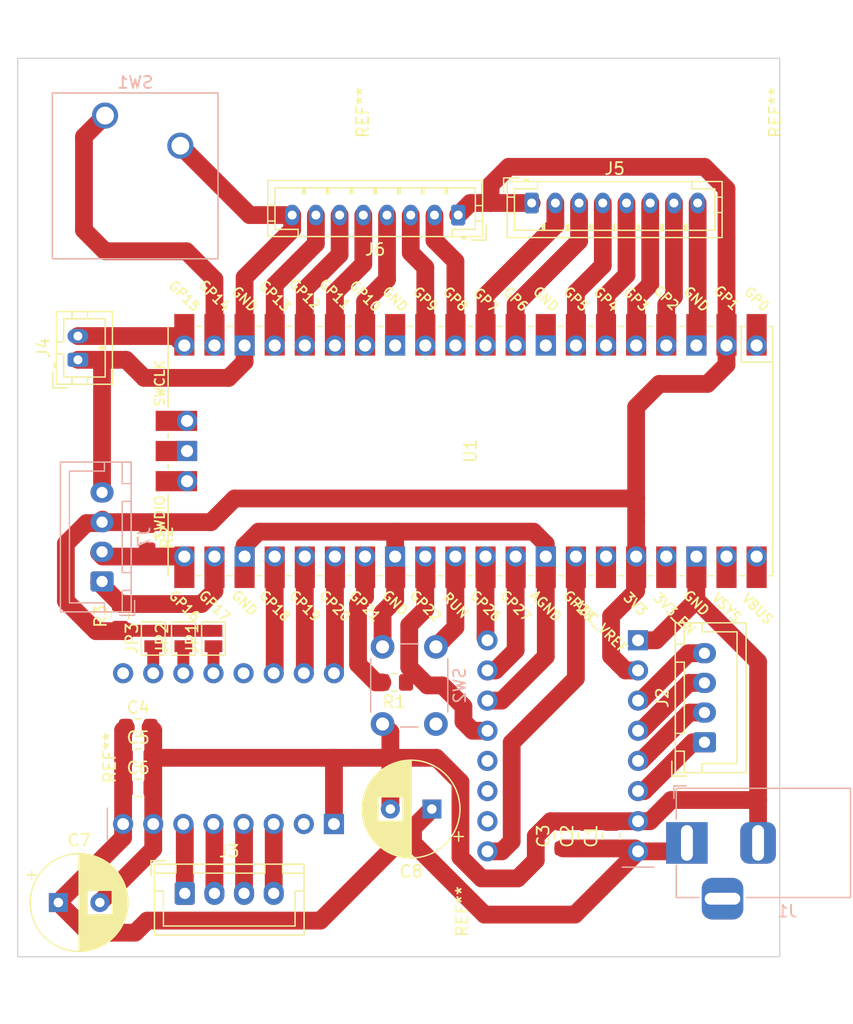
<source format=kicad_pcb>
(kicad_pcb (version 20221018) (generator pcbnew)
  (layers (0 "F.Cu" signal) (31 "B.Cu" signal) (34 "B.Paste" user) (35 "F.Paste" user) (36 "B.SilkS" user "B.Silkscreen") (37 "F.SilkS" user "F.Silkscreen") (38 "B.Mask" user) (39 "F.Mask" user) (44 "Edge.Cuts" user))
  (net 0 "")
  (net 1 "+24V")
  (net 2 "GND")
  (net 4 "Net-(J2-Pin_1)")
  (net 5 "Net-(J2-Pin_2)")
  (net 6 "Net-(J2-Pin_3)")
  (net 7 "Net-(J2-Pin_4)")
  (net 8 "Net-(J3-Pin_1)")
  (net 9 "Net-(J3-Pin_2)")
  (net 10 "Net-(J3-Pin_3)")
  (net 11 "Net-(J3-Pin_4)")
  (net 12 "WS")
  (net 13 "+3.3V")
  (net 14 "Net-(J5-Pin_2)")
  (net 15 "Net-(J5-Pin_3)")
  (net 16 "Net-(J5-Pin_4)")
  (net 17 "Net-(J5-Pin_5)")
  (net 18 "Net-(J5-Pin_6)")
  (net 19 "Net-(J5-Pin_7)")
  (net 20 "Net-(J6-Pin_2)")
  (net 21 "Net-(J6-Pin_3)")
  (net 22 "Net-(J6-Pin_4)")
  (net 23 "Net-(J6-Pin_5)")
  (net 24 "Net-(J6-Pin_6)")
  (net 25 "Net-(J6-Pin_7)")
  (net 26 "SDA")
  (net 27 "SCL")
  (net 28 "Net-(JP1-A)")
  (net 29 "Net-(JP2-A)")
  (net 30 "Net-(JP3-A)")
  (net 31 "TMC0_RX")
  (net 32 "TMC0_TX")
  (net 33 "TRIG")
  (net 34 "RST")
  (net 42 "TMC0_EN")
  (net 46 "TMC0_STEP")
  (net 47 "TMC0_DIR")
  (net 51 "DRV0_SLP")
  (net 52 "DRV0_STEP")
  (net 53 "DRV0_DIR")
  (footprint "Capacitor_SMD:C_0805_2012Metric_Pad1.18x1.45mm_HandSolder" (layer "F.Cu") (at 46.358 -10.961 90)
    (fp_text reference "C3")
    (fp_text value "10uF")
  )
  (footprint "Connector_JST:JST_XH_B4B-XH-A_1x04_P2.50mm_Vertical" (layer "F.Cu") (at 14.452 -6.1385)
    (fp_text reference "J3")
    (fp_text value "STP1")
  )
  (footprint "Connector_JST:JST_PH_B8B-PH-K_1x08_P2.00mm_Vertical" (layer "F.Cu") (at 43.702 -64.2935)
    (fp_text reference "J5")
    (fp_text value "Conn_01x08_Socket")
  )
  (footprint "Resistor_SMD:R_0805_2012Metric_Pad1.20x1.40mm_HandSolder" (layer "F.Cu") (at 8.998 -29.4955 90)
    (fp_text reference "R3")
    (fp_text value "10k")
  )
  (footprint "Capacitor_THT:CP_Radial_D8.0mm_P3.50mm" (layer "F.Cu") (at 3.789349 -5.3655)
    (fp_text reference "C7")
    (fp_text value "220uF")
  )
  (footprint "MountingHole:MountingHole_3.2mm_M3" (layer "F.Cu") (at 60.052 -71.9135 -90)
    (fp_text reference "REF**")
    (fp_text value "MountingHole_3.2mm_M3")
  )
  (footprint "MountingHole:MountingHole_3.2mm_M3" (layer "F.Cu") (at 25.254 -71.9135 -90)
    (fp_text reference "REF**")
    (fp_text value "MountingHole_3.2mm_M3")
  )
  (footprint "Jumper:SolderJumper-2_P1.3mm_Open_Pad1.0x1.5mm" (layer "F.Cu") (at 16.872 -27.6055 90)
    (fp_text reference "JP1")
    (fp_text value "M2")
  )
  (footprint "Resistor_SMD:R_0805_2012Metric_Pad1.20x1.40mm_HandSolder" (layer "F.Cu") (at 32.112 -23.9075 180)
    (fp_text reference "R1")
    (fp_text value "1k")
  )
  (footprint "footprints:RPi_Pico_SMD_TH" (layer "F.Cu") (at 38.545 -43.4 -90)
    (fp_text reference "U1")
    (fp_text value "Pico")
  )
  (footprint "MountingHole:MountingHole_3.2mm_M3" (layer "F.Cu") (at 3.918 -17.5575 -90)
    (fp_text reference "REF**")
    (fp_text value "MountingHole_3.2mm_M3")
  )
  (footprint "MountingHole:MountingHole_3.2mm_M3" (layer "F.Cu") (at 33.636 -4.6035 -90)
    (fp_text reference "REF**")
    (fp_text value "MountingHole_3.2mm_M3")
  )
  (footprint "Connector_JST:JST_PH_B8B-PH-K_1x08_P2.00mm_Vertical" (layer "F.Cu") (at 37.508 -63.2775 180)
    (fp_text reference "J6")
    (fp_text value "Conn_01x08_Socket")
  )
  (footprint "Capacitor_SMD:C_0805_2012Metric_Pad1.18x1.45mm_HandSolder" (layer "F.Cu") (at 10.522 -20.1085)
    (fp_text reference "C4")
    (fp_text value "10uF")
  )
  (footprint "Resistor_SMD:R_0805_2012Metric_Pad1.20x1.40mm_HandSolder" (layer "F.Cu") (at 11.284 -36.0995 -90)
    (fp_text reference "R2")
    (fp_text value "10k")
  )
  (footprint "Capacitor_SMD:C_0805_2012Metric_Pad1.18x1.45mm_HandSolder" (layer "F.Cu") (at 10.522 -17.5685)
    (fp_text reference "C5")
    (fp_text value "10uF")
  )
  (footprint "Connector_JST:JST_PH_B2B-PH-K_1x02_P2.00mm_Vertical" (layer "F.Cu") (at 5.442 -51.0855 90)
    (fp_text reference "J4")
    (fp_text value "WS")
  )
  (footprint "Jumper:SolderJumper-2_P1.3mm_Open_Pad1.0x1.5mm" (layer "F.Cu") (at 11.792 -27.6055 90)
    (fp_text reference "JP3")
    (fp_text value "M2")
  )
  (footprint "Jumper:SolderJumper-2_P1.3mm_Open_Pad1.0x1.5mm" (layer "F.Cu") (at 14.332 -27.6055 90)
    (fp_text reference "JP2")
    (fp_text value "M2")
  )
  (footprint "Capacitor_SMD:C_0805_2012Metric_Pad1.18x1.45mm_HandSolder" (layer "F.Cu") (at 10.522 -15.0285)
    (fp_text reference "C6")
    (fp_text value "10uF")
  )
  (footprint "Capacitor_SMD:C_0805_2012Metric_Pad1.18x1.45mm_HandSolder" (layer "F.Cu") (at 50.4 -10.9535 90)
    (fp_text reference "C1")
    (fp_text value "10uF")
  )
  (footprint "Capacitor_SMD:C_0805_2012Metric_Pad1.18x1.45mm_HandSolder" (layer "F.Cu") (at 48.379 -10.9535 90)
    (fp_text reference "C2")
    (fp_text value "10uF")
  )
  (footprint "Capacitor_THT:CP_Radial_D8.0mm_P3.50mm" (layer "F.Cu") (at 35.288651 -13.2395 180)
    (fp_text reference "C8")
    (fp_text value "220uF")
  )
  (footprint "Connector_JST:JST_XH_B4B-XH-A_1x04_P2.50mm_Vertical" (layer "F.Cu") (at 58.274 -18.8675 90)
    (fp_text reference "J2")
    (fp_text value "STP0")
  )
  (footprint "Custom:StepperModule" (layer "B.Cu") (at 52.675 -27.456 180)
    (fp_text reference "U2" hide)
    (fp_text value "~" hide)
  )
  (footprint "Custom:StepperModule" (layer "B.Cu") (at 27.032 -11.9805 90)
    (fp_text reference "U3" hide)
    (fp_text value "DRV8825_mod")
  )
  (footprint "Connector_BarrelJack:BarrelJack_Horizontal" (layer "B.Cu") (at 56.798 -10.387 180)
    (fp_text reference "J1")
    (fp_text value "Barrel_Jack_Switch")
  )
  (footprint "Button_Switch_Keyboard:SW_Cherry_MX_1.00u_Plate" (layer "B.Cu") (at 7.728 -71.6595 180)
    (fp_text reference "SW1")
    (fp_text value "TRIG")
  )
  (footprint "Connector_JST:JST_XH_B4B-XH-A_1x04_P2.50mm_Vertical" (layer "B.Cu") (at 7.474 -32.4095 90)
    (fp_text reference "J7")
    (fp_text value "I2C")
  )
  (footprint "Button_Switch_THT:SW_PUSH_6mm" (layer "B.Cu") (at 35.632 -20.4035 90)
    (fp_text reference "SW2")
    (fp_text value "RST")
  )
  (gr_rect (start 64.624 -76.4855) (end 0.362 -0.7935) (stroke (width 0.1)) (fill none) (layer "Edge.Cuts"))
  (segment (start 9.252 -19.876) (end 9.4845 -20.1085) (width 1.5) (layer "F.Cu") (net 1))
  (segment (start 9.252 -11.9805) (end 9.252 -10.828151) (width 1.5) (layer "F.Cu") (net 1))
  (segment (start 10.268 -2.8255) (end 6.329349 -2.8255) (width 1.5) (layer "F.Cu") (net 1))
  (segment (start 35.288651 -13.2395) (end 33.700325 -11.651175) (width 1.5) (layer "F.Cu") (net 1))
  (segment (start 25.890651 -3.8415) (end 11.284 -3.8415) (width 1.5) (layer "F.Cu") (net 1))
  (segment (start 46.358 -9.9235) (end 52.4275 -9.9235) (width 1.5) (layer "F.Cu") (net 1))
  (segment (start 52.4275 -9.9235) (end 52.675 -9.676) (width 1.5) (layer "F.Cu") (net 1))
  (segment (start 47.3485 -4.3495) (end 52.675 -9.676) (width 1.5) (layer "F.Cu") (net 1))
  (segment (start 6.329349 -2.8255) (end 3.789349 -5.3655) (width 1.5) (layer "F.Cu") (net 1))
  (segment (start 9.252 -10.828151) (end 3.789349 -5.3655) (width 1.5) (layer "F.Cu") (net 1))
  (segment (start 33.700325 -11.651175) (end 33.700325 -10.381175) (width 1.5) (layer "F.Cu") (net 1))
  (segment (start 9.252 -11.9805) (end 9.252 -19.876) (width 1.5) (layer "F.Cu") (net 1))
  (segment (start 39.732 -4.3495) (end 47.3485 -4.3495) (width 1.5) (layer "F.Cu") (net 1))
  (segment (start 33.700325 -11.651175) (end 25.890651 -3.8415) (width 1.5) (layer "F.Cu") (net 1))
  (segment (start 11.284 -3.8415) (end 10.268 -2.8255) (width 1.5) (layer "F.Cu") (net 1))
  (segment (start 56.087 -9.676) (end 56.798 -10.387) (width 1.5) (layer "F.Cu") (net 1))
  (segment (start 52.675 -9.676) (end 56.087 -9.676) (width 1.5) (layer "F.Cu") (net 1))
  (segment (start 33.700325 -10.381175) (end 39.732 -4.3495) (width 1.5) (layer "F.Cu") (net 1))
  (segment (start 62.798 -10.387) (end 62.798 -14.0015) (width 1.5) (layer "F.Cu") (net 2))
  (segment (start 20.682 -36.6075) (end 31.1575 -36.6075) (width 1.5) (layer "F.Cu") (net 2))
  (segment (start 57.595 -30.8485) (end 57.595 -34.51) (width 1.5) (layer "F.Cu") (net 2))
  (segment (start 35.668 -17.5575) (end 37.7 -15.5255) (width 1.5) (layer "F.Cu") (net 2))
  (segment (start 31.788651 -17.3035) (end 31.788651 -19.746849) (width 1.5) (layer "F.Cu") (net 2))
  (segment (start 32.112 -36.6075) (end 43.8575 -36.6075) (width 1.5) (layer "F.Cu") (net 2))
  (segment (start 31.534651 -17.5575) (end 31.788651 -17.3035) (width 1.5) (layer "F.Cu") (net 2))
  (segment (start 11.792 -11.9805) (end 11.792 -17.5575) (width 1.5) (layer "F.Cu") (net 2))
  (segment (start 32.195 -34.51) (end 32.195 -36.5245) (width 1.5) (layer "F.Cu") (net 2))
  (segment (start 7.474 -39.9095) (end 7.474 -51.0855) (width 1.5) (layer "F.Cu") (net 2))
  (segment (start 19.495 -34.51) (end 19.495 -35.4205) (width 1.5) (layer "F.Cu") (net 2))
  (segment (start 54.2025 -27.456) (end 57.595 -30.8485) (width 1.5) (layer "F.Cu") (net 2))
  (segment (start 23.508 -62.0395) (end 21.444 -59.9755) (width 1.5) (layer "F.Cu") (net 2))
  (segment (start 11.792 -19.876) (end 11.5595 -20.1085) (width 1.5) (layer "F.Cu") (net 2))
  (segment (start 44.05 -8.9215) (end 44.05 -10.9535) (width 1.5) (layer "F.Cu") (net 2))
  (segment (start 18.142 -49.5615) (end 19.495 -50.9145) (width 1.5) (layer "F.Cu") (net 2))
  (segment (start 55.464 -14.0015) (end 62.798 -14.0015) (width 1.5) (layer "F.Cu") (net 2))
  (segment (start 52.675 -12.216) (end 53.6785 -12.216) (width 1.5) (layer "F.Cu") (net 2))
  (segment (start 19.92 -63.2775) (end 14.078 -69.1195) (width 1.5) (layer "F.Cu") (net 2))
  (segment (start 57.702 -64.2935) (end 57.702 -52.397) (width 1.5) (layer "F.Cu") (net 2))
  (segment (start 45.3125 -12.216) (end 52.675 -12.216) (width 1.5) (layer "F.Cu") (net 2))
  (segment (start 31.788651 -13.2395) (end 31.788651 -17.3035) (width 1.5) (layer "F.Cu") (net 2))
  (segment (start 7.474 -51.0855) (end 9.506 -51.0855) (width 1.5) (layer "F.Cu") (net 2))
  (segment (start 44.05 -10.9535) (end 45.3125 -12.216) (width 1.5) (layer "F.Cu") (net 2))
  (segment (start 53.6785 -12.216) (end 55.464 -14.0015) (width 1.5) (layer "F.Cu") (net 2))
  (segment (start 11.03 -49.5615) (end 18.142 -49.5615) (width 1.5) (layer "F.Cu") (net 2))
  (segment (start 27.032 -17.5575) (end 31.534651 -17.5575) (width 1.5) (layer "F.Cu") (net 2))
  (segment (start 39.975 -22.376) (end 41.177081 -22.376) (width 1.5) (layer "F.Cu") (net 2))
  (segment (start 39.478 -7.3975) (end 42.526 -7.3975) (width 1.5) (layer "F.Cu") (net 2))
  (segment (start 62.798 -25.6455) (end 57.595 -30.8485) (width 1.5) (layer "F.Cu") (net 2))
  (segment (start 27.032 -11.9805) (end 27.032 -17.5575) (width 1.5) (layer "F.Cu") (net 2))
  (segment (start 44.895 -26.093919) (end 44.895 -34.51) (width 1.5) (layer "F.Cu") (net 2))
  (segment (start 21.444 -59.9755) (end 19.495 -58.0265) (width 1.5) (layer "F.Cu") (net 2))
  (segment (start 5.442 -51.0855) (end 7.474 -51.0855) (width 1.5) (layer "F.Cu") (net 2))
  (segment (start 19.495 -50.9145) (end 19.495 -52.29) (width 1.5) (layer "F.Cu") (net 2))
  (segment (start 43.8575 -36.6075) (end 44.895 -35.57) (width 1.5) (layer "F.Cu") (net 2))
  (segment (start 32.195 -30.8485) (end 32.195 -34.51) (width 1.5) (layer "F.Cu") (net 2))
  (segment (start 41.177081 -22.376) (end 44.895 -26.093919) (width 1.5) (layer "F.Cu") (net 2))
  (segment (start 23.508 -63.2775) (end 23.508 -62.0395) (width 1.5) (layer "F.Cu") (net 2))
  (segment (start 19.495 -35.4205) (end 20.682 -36.6075) (width 1.5) (layer "F.Cu") (net 2))
  (segment (start 11.792 -17.5575) (end 27.032 -17.5575) (width 1.5) (layer "F.Cu") (net 2))
  (segment (start 11.792 -17.5575) (end 11.792 -19.876) (width 1.5) (layer "F.Cu") (net 2))
  (segment (start 44.895 -35.57) (end 44.895 -34.51) (width 1.5) (layer "F.Cu") (net 2))
  (segment (start 11.792 -9.868151) (end 7.289349 -5.3655) (width 1.5) (layer "F.Cu") (net 2))
  (segment (start 37.7 -9.1755) (end 39.478 -7.3975) (width 1.5) (layer "F.Cu") (net 2))
  (segment (start 23.508 -63.2775) (end 19.92 -63.2775) (width 1.5) (layer "F.Cu") (net 2))
  (segment (start 62.798 -14.0015) (end 62.798 -25.6455) (width 1.5) (layer "F.Cu") (net 2))
  (segment (start 31.132 -26.9035) (end 31.132 -29.7855) (width 1.5) (layer "F.Cu") (net 2))
  (segment (start 32.195 -36.5245) (end 32.112 -36.6075) (width 1.5) (layer "F.Cu") (net 2))
  (segment (start 31.1575 -36.6075) (end 32.112 -36.6075) (width 1.5) (layer "F.Cu") (net 2))
  (segment (start 9.506 -51.0855) (end 11.03 -49.5615) (width 1.5) (layer "F.Cu") (net 2))
  (segment (start 42.526 -7.3975) (end 44.05 -8.9215) (width 1.5) (layer "F.Cu") (net 2))
  (segment (start 19.495 -58.0265) (end 19.495 -52.29) (width 1.5) (layer "F.Cu") (net 2))
  (segment (start 37.7 -15.5255) (end 37.7 -9.1755) (width 1.5) (layer "F.Cu") (net 2))
  (segment (start 11.792 -11.9805) (end 11.792 -9.868151) (width 1.5) (layer "F.Cu") (net 2))
  (segment (start 57.702 -52.397) (end 57.595 -52.29) (width 1.5) (layer "F.Cu") (net 2))
  (segment (start 31.534651 -17.5575) (end 35.668 -17.5575) (width 1.5) (layer "F.Cu") (net 2))
  (segment (start 31.788651 -19.746849) (end 31.132 -20.4035) (width 1.5) (layer "F.Cu") (net 2))
  (segment (start 31.132 -29.7855) (end 32.195 -30.8485) (width 1.5) (layer "F.Cu") (net 2))
  (segment (start 52.675 -27.456) (end 54.2025 -27.456) (width 1.5) (layer "F.Cu") (net 2))
  (segment (start 52.675 -14.756) (end 53.1865 -14.756) (width 1.5) (layer "F.Cu") (net 4))
  (segment (start 57.298 -18.8675) (end 58.274 -18.8675) (width 1.5) (layer "F.Cu") (net 4))
  (segment (start 53.1865 -14.756) (end 57.298 -18.8675) (width 1.5) (layer "F.Cu") (net 4))
  (segment (start 52.675 -17.296) (end 52.9325 -17.296) (width 1.5) (layer "F.Cu") (net 5))
  (segment (start 57.004 -21.3675) (end 58.274 -21.3675) (width 1.5) (layer "F.Cu") (net 5))
  (segment (start 52.9325 -17.296) (end 57.004 -21.3675) (width 1.5) (layer "F.Cu") (net 5))
  (segment (start 52.9325 -19.836) (end 56.964 -23.8675) (width 1.5) (layer "F.Cu") (net 6))
  (segment (start 56.964 -23.8675) (end 58.274 -23.8675) (width 1.5) (layer "F.Cu") (net 6))
  (segment (start 52.675 -19.836) (end 52.9325 -19.836) (width 1.5) (layer "F.Cu") (net 6))
  (segment (start 56.924 -26.3675) (end 58.274 -26.3675) (width 1.5) (layer "F.Cu") (net 7))
  (segment (start 52.675 -22.376) (end 52.9325 -22.376) (width 1.5) (layer "F.Cu") (net 7))
  (segment (start 52.9325 -22.376) (end 56.924 -26.3675) (width 1.5) (layer "F.Cu") (net 7))
  (segment (start 14.452 -11.8605) (end 14.332 -11.9805) (width 1.5) (layer "F.Cu") (net 8))
  (segment (start 14.452 -6.1385) (end 14.452 -11.8605) (width 1.5) (layer "F.Cu") (net 8))
  (segment (start 16.952 -6.1385) (end 16.952 -11.9005) (width 1.5) (layer "F.Cu") (net 9))
  (segment (start 16.952 -11.9005) (end 16.872 -11.9805) (width 1.5) (layer "F.Cu") (net 9))
  (segment (start 19.452 -11.9405) (end 19.412 -11.9805) (width 1.5) (layer "F.Cu") (net 10))
  (segment (start 19.452 -6.1385) (end 19.452 -11.9405) (width 1.5) (layer "F.Cu") (net 10))
  (segment (start 21.952 -6.1385) (end 21.952 -11.9805) (width 1.5) (layer "F.Cu") (net 11))
  (segment (start 13.6195 -53.0855) (end 14.415 -52.29) (width 1.5) (layer "F.Cu") (net 12))
  (segment (start 5.442 -53.0855) (end 13.6195 -53.0855) (width 1.5) (layer "F.Cu") (net 12))
  (segment (start 41.764 -67.3415) (end 40.24 -65.8175) (width 1.5) (layer "F.Cu") (net 13))
  (segment (start 50.4 -29.4955) (end 50.4 -26.131) (width 1.5) (layer "F.Cu") (net 13))
  (segment (start 54.464 -49.0535) (end 58.528 -49.0535) (width 1.5) (layer "F.Cu") (net 13))
  (segment (start 40.24 -65.8175) (end 40.24 -64.2935) (width 1.5) (layer "F.Cu") (net 13))
  (segment (start 52.515 -38.1315) (end 52.515 -39.4015) (width 1.5) (layer "F.Cu") (net 13))
  (segment (start 52.515 -34.51) (end 52.515 -37.3695) (width 1.5) (layer "F.Cu") (net 13))
  (segment (start 16.872 -28.2555) (end 11.792 -28.2555) (width 1) (layer "F.Cu") (net 13))
  (segment (start 7.474 -37.4095) (end 16.658 -37.4095) (width 1.5) (layer "F.Cu") (net 13))
  (segment (start 60.135 -52.29) (end 60.135 -65.4805) (width 1.5) (layer "F.Cu") (net 13))
  (segment (start 7.22 -37.3295) (end 6.164 -37.3295) (width 1.5) (layer "F.Cu") (net 13))
  (segment (start 60.135 -50.6605) (end 60.135 -52.29) (width 1.5) (layer "F.Cu") (net 13))
  (segment (start 52.515 -39.4015) (end 52.515 -47.1045) (width 1.5) (layer "F.Cu") (net 13))
  (segment (start 60.135 -65.4805) (end 58.274 -67.3415) (width 1.5) (layer "F.Cu") (net 13))
  (segment (start 50.4 -26.131) (end 51.615 -24.916) (width 1.5) (layer "F.Cu") (net 13))
  (segment (start 38.524 -64.2935) (end 37.508 -63.2775) (width 1.5) (layer "F.Cu") (net 13))
  (segment (start 58.274 -67.3415) (end 41.764 -67.3415) (width 1.5) (layer "F.Cu") (net 13))
  (segment (start 40.24 -64.2935) (end 38.524 -64.2935) (width 1.5) (layer "F.Cu") (net 13))
  (segment (start 4.426 -30.7655) (end 6.204 -28.9875) (width 1.5) (layer "F.Cu") (net 13))
  (segment (start 18.65 -39.4015) (end 52.515 -39.4015) (width 1.5) (layer "F.Cu") (net 13))
  (segment (start 6.164 -37.3295) (end 4.426 -35.5915) (width 1.5) (layer "F.Cu") (net 13))
  (segment (start 4.426 -35.5915) (end 4.426 -30.7655) (width 1.5) (layer "F.Cu") (net 13))
  (segment (start 43.702 -64.2935) (end 40.24 -64.2935) (width 1.5) (layer "F.Cu") (net 13))
  (segment (start 16.658 -37.4095) (end 18.65 -39.4015) (width 1.5) (layer "F.Cu") (net 13))
  (segment (start 52.515 -34.51) (end 52.515 -31.6105) (width 1.5) (layer "F.Cu") (net 13))
  (segment (start 52.515 -31.6105) (end 50.4 -29.4955) (width 1.5) (layer "F.Cu") (net 13))
  (segment (start 52.515 -47.1045) (end 54.464 -49.0535) (width 1.5) (layer "F.Cu") (net 13))
  (segment (start 11.792 -28.2555) (end 9.536 -28.2555) (width 1) (layer "F.Cu") (net 13))
  (segment (start 58.528 -49.0535) (end 60.135 -50.6605) (width 1.5) (layer "F.Cu") (net 13))
  (segment (start 6.966 -28.2255) (end 9.506 -28.2255) (width 1.5) (layer "F.Cu") (net 13))
  (segment (start 52.515 -37.3695) (end 52.515 -38.1315) (width 1.5) (layer "F.Cu") (net 13))
  (segment (start 6.204 -28.9875) (end 6.966 -28.2255) (width 1.5) (layer "F.Cu") (net 13))
  (segment (start 51.615 -24.916) (end 52.675 -24.916) (width 1.5) (layer "F.Cu") (net 13))
  (segment (start 9.536 -28.2555) (end 9.506 -28.2255) (width 1) (layer "F.Cu") (net 13))
  (segment (start 7.514 -37.6235) (end 7.22 -37.3295) (width 1.5) (layer "F.Cu") (net 13))
  (segment (start 45.702 -62.3895) (end 39.815 -56.5025) (width 1.5) (layer "F.Cu") (net 14))
  (segment (start 45.702 -64.2935) (end 45.702 -62.3895) (width 1.5) (layer "F.Cu") (net 14))
  (segment (start 39.815 -56.5025) (end 39.815 -52.29) (width 1.5) (layer "F.Cu") (net 14))
  (segment (start 42.355 -55.7405) (end 42.355 -52.29) (width 1.5) (layer "F.Cu") (net 15))
  (segment (start 47.702 -61.0875) (end 42.355 -55.7405) (width 1.5) (layer "F.Cu") (net 15))
  (segment (start 47.702 -64.2935) (end 47.702 -61.0875) (width 1.5) (layer "F.Cu") (net 15))
  (segment (start 49.702 -64.2935) (end 49.702 -59.0235) (width 1.5) (layer "F.Cu") (net 16))
  (segment (start 47.435 -56.7565) (end 47.435 -52.29) (width 1.5) (layer "F.Cu") (net 16))
  (segment (start 49.702 -59.0235) (end 47.435 -56.7565) (width 1.5) (layer "F.Cu") (net 16))
  (segment (start 51.702 -58.2295) (end 49.975 -56.5025) (width 1.5) (layer "F.Cu") (net 17))
  (segment (start 51.702 -64.2935) (end 51.702 -58.2295) (width 1.5) (layer "F.Cu") (net 17))
  (segment (start 49.975 -56.5025) (end 49.975 -52.29) (width 1.5) (layer "F.Cu") (net 17))
  (segment (start 52.515 -56.2485) (end 52.515 -52.29) (width 1.5) (layer "F.Cu") (net 18))
  (segment (start 53.702 -64.2935) (end 53.702 -57.4355) (width 1.5) (layer "F.Cu") (net 18))
  (segment (start 53.702 -57.4355) (end 52.515 -56.2485) (width 1.5) (layer "F.Cu") (net 18))
  (segment (start 55.702 -56.3875) (end 55.055 -55.7405) (width 1.5) (layer "F.Cu") (net 19))
  (segment (start 55.055 -55.7405) (end 55.055 -52.29) (width 1.5) (layer "F.Cu") (net 19))
  (segment (start 55.702 -64.2935) (end 55.702 -56.3875) (width 1.5) (layer "F.Cu") (net 19))
  (segment (start 35.508 -63.2775) (end 35.508 -61.1515) (width 1.5) (layer "F.Cu") (net 20))
  (segment (start 35.508 -61.1515) (end 37.275 -59.3845) (width 1.5) (layer "F.Cu") (net 20))
  (segment (start 37.275 -59.3845) (end 37.275 -52.29) (width 1.5) (layer "F.Cu") (net 20))
  (segment (start 33.508 -60.1035) (end 34.735 -58.8765) (width 1.5) (layer "F.Cu") (net 21))
  (segment (start 33.508 -63.2775) (end 33.508 -60.1035) (width 1.5) (layer "F.Cu") (net 21))
  (segment (start 34.735 -58.8765) (end 34.735 -52.29) (width 1.5) (layer "F.Cu") (net 21))
  (segment (start 31.508 -63.2775) (end 31.508 -57.8475) (width 1.5) (layer "F.Cu") (net 22))
  (segment (start 29.655 -55.9945) (end 29.655 -52.29) (width 1.5) (layer "F.Cu") (net 22))
  (segment (start 31.508 -57.8475) (end 29.655 -55.9945) (width 1.5) (layer "F.Cu") (net 22))
  (segment (start 27.115 -56.7565) (end 27.115 -52.29) (width 1.5) (layer "F.Cu") (net 23))
  (segment (start 29.508 -59.1495) (end 27.115 -56.7565) (width 1.5) (layer "F.Cu") (net 23))
  (segment (start 29.508 -63.2775) (end 29.508 -59.1495) (width 1.5) (layer "F.Cu") (net 23))
  (segment (start 27.508 -63.2775) (end 27.508 -59.9435) (width 1.5) (layer "F.Cu") (net 24))
  (segment (start 27.508 -59.9435) (end 24.575 -57.0105) (width 1.5) (layer "F.Cu") (net 24))
  (segment (start 24.575 -57.0105) (end 24.575 -52.29) (width 1.5) (layer "F.Cu") (net 24))
  (segment (start 25.508 -63.2775) (end 25.508 -60.8645) (width 1.5) (layer "F.Cu") (net 25))
  (segment (start 22.035 -57.3915) (end 22.035 -52.29) (width 1.5) (layer "F.Cu") (net 25))
  (segment (start 25.508 -60.8645) (end 22.035 -57.3915) (width 1.5) (layer "F.Cu") (net 25))
  (segment (start 14.415 -34.51) (end 7.5395 -34.51) (width 1.5) (layer "F.Cu") (net 26))
  (segment (start 7.5395 -34.51) (end 7.22 -34.8295) (width 1.5) (layer "F.Cu") (net 26))
  (segment (start 16.955 -34.51) (end 16.955 -31.6105) (width 1.5) (layer "F.Cu") (net 27))
  (segment (start 16.955 -31.6105) (end 15.856 -30.5115) (width 1.5) (layer "F.Cu") (net 27))
  (segment (start 15.856 -30.5115) (end 9.038 -30.5115) (width 1.5) (layer "F.Cu") (net 27))
  (segment (start 9.038 -30.5115) (end 7.22 -32.3295) (width 1.5) (layer "F.Cu") (net 27))
  (segment (start 16.872 -26.9555) (end 16.872 -24.6805) (width 1) (layer "F.Cu") (net 28))
  (segment (start 14.332 -26.9555) (end 14.332 -24.6805) (width 1) (layer "F.Cu") (net 29))
  (segment (start 11.792 -26.9555) (end 11.792 -24.6805) (width 1) (layer "F.Cu") (net 30))
  (segment (start 36.176 -23.6535) (end 34.906 -23.6535) (width 1.5) (layer "F.Cu") (net 31))
  (segment (start 33.382 -25.1775) (end 33.382 -28.7335) (width 1.5) (layer "F.Cu") (net 31))
  (segment (start 38.7235 -19.836) (end 37.954 -20.6055) (width 1.5) (layer "F.Cu") (net 31))
  (segment (start 39.975 -19.836) (end 38.7235 -19.836) (width 1.5) (layer "F.Cu") (net 31))
  (segment (start 37.954 -20.6055) (end 37.954 -21.8755) (width 1.5) (layer "F.Cu") (net 31))
  (segment (start 37.954 -21.8755) (end 36.176 -23.6535) (width 1.5) (layer "F.Cu") (net 31))
  (segment (start 33.382 -28.7335) (end 34.735 -30.0865) (width 1.5) (layer "F.Cu") (net 31))
  (segment (start 34.906 -23.6535) (end 33.382 -25.1775) (width 1.5) (layer "F.Cu") (net 31))
  (segment (start 34.735 -30.0865) (end 34.735 -34.51) (width 1.5) (layer "F.Cu") (net 31))
  (segment (start 30.588 -23.9075) (end 29.064 -25.4315) (width 1.5) (layer "F.Cu") (net 32))
  (segment (start 29.655 -31.1025) (end 29.655 -34.51) (width 1.5) (layer "F.Cu") (net 32))
  (segment (start 29.064 -30.5115) (end 29.655 -31.1025) (width 1.5) (layer "F.Cu") (net 32))
  (segment (start 29.064 -25.4315) (end 29.064 -30.5115) (width 1.5) (layer "F.Cu") (net 32))
  (segment (start 31.112 -23.9075) (end 30.588 -23.9075) (width 1.5) (layer "F.Cu") (net 32))
  (segment (start 5.95 -69.8815) (end 7.728 -71.6595) (width 1.5) (layer "F.Cu") (net 33))
  (segment (start 16.955 -57.8605) (end 14.586 -60.2295) (width 1.5) (layer "F.Cu") (net 33))
  (segment (start 16.955 -52.29) (end 16.955 -57.8605) (width 1.5) (layer "F.Cu") (net 33))
  (segment (start 7.728 -60.2295) (end 5.95 -62.0075) (width 1.5) (layer "F.Cu") (net 33))
  (segment (start 14.586 -60.2295) (end 7.728 -60.2295) (width 1.5) (layer "F.Cu") (net 33))
  (segment (start 5.95 -62.0075) (end 5.95 -69.8815) (width 1.5) (layer "F.Cu") (net 33))
  (segment (start 37.275 -28.5465) (end 37.275 -34.51) (width 1.5) (layer "F.Cu") (net 34))
  (segment (start 35.632 -26.9035) (end 37.275 -28.5465) (width 1.5) (layer "F.Cu") (net 34))
  (segment (start 39.975 -9.676) (end 41.177081 -9.676) (width 1.5) (layer "F.Cu") (net 42))
  (segment (start 42.018 -10.516919) (end 42.018 -18.8275) (width 1.5) (layer "F.Cu") (net 42))
  (segment (start 42.018 -18.8275) (end 47.435 -24.2445) (width 1.5) (layer "F.Cu") (net 42))
  (segment (start 47.435 -24.2445) (end 47.435 -34.51) (width 1.5) (layer "F.Cu") (net 42))
  (segment (start 41.177081 -9.676) (end 42.018 -10.516919) (width 1.5) (layer "F.Cu") (net 42))
  (segment (start 42.355 -26.6185) (end 42.355 -34.51) (width 1.5) (layer "F.Cu") (net 46))
  (segment (start 42.355 -26.6185) (end 40.6525 -24.916) (width 1.5) (layer "F.Cu") (net 46))
  (segment (start 40.6525 -24.916) (end 39.975 -24.916) (width 1.5) (layer "F.Cu") (net 46))
  (segment (start 39.815 -34.51) (end 39.815 -27.616) (width 1.5) (layer "F.Cu") (net 47))
  (segment (start 39.815 -27.616) (end 39.975 -27.456) (width 1.5) (layer "F.Cu") (net 47))
  (segment (start 22.035 -34.51) (end 22.035 -24.7635) (width 1.5) (layer "F.Cu") (net 51))
  (segment (start 22.035 -24.7635) (end 21.952 -24.6805) (width 1.5) (layer "F.Cu") (net 51))
  (segment (start 24.575 -34.51) (end 24.575 -24.7635) (width 1.5) (layer "F.Cu") (net 52))
  (segment (start 24.575 -24.7635) (end 24.492 -24.6805) (width 1.5) (layer "F.Cu") (net 52))
  (segment (start 27.115 -24.7635) (end 27.032 -24.6805) (width 1.5) (layer "F.Cu") (net 53))
  (segment (start 27.115 -34.51) (end 27.115 -24.7635) (width 1.5) (layer "F.Cu") (net 53))
)
</source>
